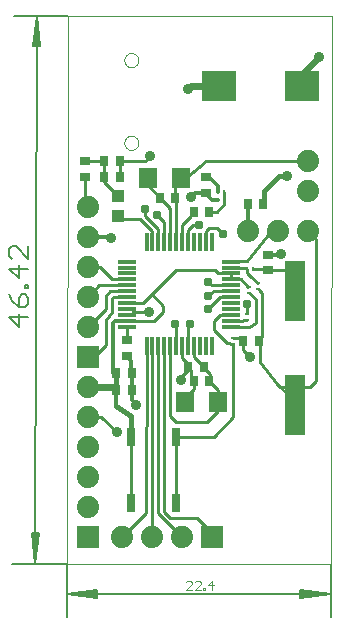
<source format=gtl>
G75*
%MOIN*%
%OFA0B0*%
%FSLAX24Y24*%
%IPPOS*%
%LPD*%
%AMOC8*
5,1,8,0,0,1.08239X$1,22.5*
%
%ADD10C,0.0000*%
%ADD11C,0.0051*%
%ADD12C,0.0020*%
%ADD13C,0.0060*%
%ADD14R,0.0591X0.0118*%
%ADD15R,0.0118X0.0591*%
%ADD16R,0.0169X0.0110*%
%ADD17R,0.0110X0.0169*%
%ADD18R,0.0354X0.0276*%
%ADD19R,0.0276X0.0354*%
%ADD20R,0.0300X0.0600*%
%ADD21R,0.0630X0.0709*%
%ADD22R,0.0394X0.0433*%
%ADD23C,0.0740*%
%ADD24R,0.0700X0.2000*%
%ADD25R,0.0740X0.0740*%
%ADD26R,0.1181X0.0984*%
%ADD27C,0.0100*%
%ADD28C,0.0310*%
%ADD29C,0.0090*%
%ADD30C,0.0120*%
%ADD31C,0.0357*%
%ADD32C,0.0240*%
%ADD33C,0.0160*%
D10*
X002282Y001893D02*
X002322Y020169D01*
X011142Y020173D01*
X011102Y001893D01*
X002282Y001893D01*
X004206Y015937D02*
X004208Y015967D01*
X004214Y015997D01*
X004223Y016026D01*
X004236Y016053D01*
X004253Y016078D01*
X004272Y016101D01*
X004295Y016122D01*
X004320Y016139D01*
X004346Y016153D01*
X004375Y016163D01*
X004404Y016170D01*
X004434Y016173D01*
X004465Y016172D01*
X004495Y016167D01*
X004524Y016158D01*
X004551Y016146D01*
X004577Y016131D01*
X004601Y016112D01*
X004622Y016090D01*
X004640Y016066D01*
X004655Y016039D01*
X004666Y016011D01*
X004674Y015982D01*
X004678Y015952D01*
X004678Y015922D01*
X004674Y015892D01*
X004666Y015863D01*
X004655Y015835D01*
X004640Y015808D01*
X004622Y015784D01*
X004601Y015762D01*
X004577Y015743D01*
X004551Y015728D01*
X004524Y015716D01*
X004495Y015707D01*
X004465Y015702D01*
X004434Y015701D01*
X004404Y015704D01*
X004375Y015711D01*
X004346Y015721D01*
X004320Y015735D01*
X004295Y015752D01*
X004272Y015773D01*
X004253Y015796D01*
X004236Y015821D01*
X004223Y015848D01*
X004214Y015877D01*
X004208Y015907D01*
X004206Y015937D01*
X004206Y018693D02*
X004208Y018723D01*
X004214Y018753D01*
X004223Y018782D01*
X004236Y018809D01*
X004253Y018834D01*
X004272Y018857D01*
X004295Y018878D01*
X004320Y018895D01*
X004346Y018909D01*
X004375Y018919D01*
X004404Y018926D01*
X004434Y018929D01*
X004465Y018928D01*
X004495Y018923D01*
X004524Y018914D01*
X004551Y018902D01*
X004577Y018887D01*
X004601Y018868D01*
X004622Y018846D01*
X004640Y018822D01*
X004655Y018795D01*
X004666Y018767D01*
X004674Y018738D01*
X004678Y018708D01*
X004678Y018678D01*
X004674Y018648D01*
X004666Y018619D01*
X004655Y018591D01*
X004640Y018564D01*
X004622Y018540D01*
X004601Y018518D01*
X004577Y018499D01*
X004551Y018484D01*
X004524Y018472D01*
X004495Y018463D01*
X004465Y018458D01*
X004434Y018457D01*
X004404Y018460D01*
X004375Y018467D01*
X004346Y018477D01*
X004320Y018491D01*
X004295Y018508D01*
X004272Y018529D01*
X004253Y018552D01*
X004236Y018577D01*
X004223Y018604D01*
X004214Y018633D01*
X004208Y018663D01*
X004206Y018693D01*
D11*
X002282Y001893D02*
X000475Y001897D01*
X001243Y001896D02*
X001143Y002919D01*
X001119Y002919D02*
X001371Y002919D01*
X001243Y001896D01*
X001347Y002919D01*
X001296Y002919D02*
X001243Y001896D01*
X001194Y002919D01*
X001119Y002919D02*
X001243Y001896D01*
X001283Y020172D01*
X001383Y019148D01*
X001406Y019148D02*
X001283Y020172D01*
X001178Y019148D01*
X001155Y019148D02*
X001406Y019148D01*
X001332Y019148D02*
X001283Y020172D01*
X001229Y019148D01*
X001155Y019148D02*
X001283Y020172D01*
X000515Y020173D02*
X002322Y020169D01*
X002282Y001893D02*
X002282Y000126D01*
X002282Y000893D02*
X003306Y000791D01*
X003306Y000768D02*
X002282Y000893D01*
X003306Y000996D01*
X003306Y001019D02*
X003306Y000768D01*
X003306Y000842D02*
X002282Y000893D01*
X003306Y000944D01*
X003306Y001019D02*
X002282Y000893D01*
X011102Y000893D01*
X010079Y000791D01*
X010079Y000768D02*
X011102Y000893D01*
X010079Y000996D01*
X010079Y001019D02*
X010079Y000768D01*
X010079Y000842D02*
X011102Y000893D01*
X010079Y000944D01*
X010079Y001019D02*
X011102Y000893D01*
X011102Y000126D02*
X011102Y001893D01*
D12*
X007191Y001185D02*
X006991Y001185D01*
X007141Y001335D01*
X007141Y001034D01*
X006893Y001034D02*
X006843Y001034D01*
X006843Y001085D01*
X006893Y001085D01*
X006893Y001034D01*
X006749Y001034D02*
X006549Y001034D01*
X006749Y001235D01*
X006749Y001285D01*
X006699Y001335D01*
X006599Y001335D01*
X006549Y001285D01*
X006454Y001285D02*
X006404Y001335D01*
X006304Y001335D01*
X006254Y001285D01*
X006454Y001285D02*
X006454Y001235D01*
X006254Y001034D01*
X006454Y001034D01*
D13*
X006241Y007283D02*
X006282Y007393D01*
X009282Y007893D02*
X009297Y007905D01*
X009282Y007893D02*
X009782Y007393D01*
X009882Y007193D01*
X008282Y012893D02*
X008332Y012993D01*
X008282Y012893D02*
X008282Y013893D01*
X008326Y013893D01*
X007364Y017843D02*
X007282Y017893D01*
X001008Y012494D02*
X001008Y012067D01*
X000581Y012495D01*
X000475Y012495D01*
X000368Y012389D01*
X000367Y012175D01*
X000474Y012068D01*
X000687Y011850D02*
X000686Y011423D01*
X000367Y011744D01*
X001007Y011743D01*
X001006Y011207D02*
X000899Y011207D01*
X000899Y011101D01*
X001006Y011100D01*
X001006Y011207D01*
X000899Y010883D02*
X000792Y010883D01*
X000685Y010777D01*
X000685Y010456D01*
X000898Y010456D01*
X001005Y010563D01*
X001005Y010776D01*
X000899Y010883D01*
X000685Y010456D02*
X000471Y010670D01*
X000365Y010884D01*
X000684Y010239D02*
X000684Y009812D01*
X000364Y010133D01*
X001004Y010132D01*
D14*
X004300Y010204D03*
X004300Y010007D03*
X004300Y009811D03*
X004300Y010401D03*
X004300Y010598D03*
X004300Y010795D03*
X004300Y010992D03*
X004300Y011189D03*
X004300Y011385D03*
X004300Y011582D03*
X004300Y011779D03*
X004300Y011976D03*
X007764Y011976D03*
X007764Y011779D03*
X007764Y011582D03*
X007764Y011385D03*
X007764Y011189D03*
X007764Y010992D03*
X007764Y010795D03*
X007764Y010598D03*
X007764Y010401D03*
X007764Y010204D03*
X007764Y010007D03*
X007764Y009811D03*
D15*
X007115Y009161D03*
X006918Y009161D03*
X006721Y009161D03*
X006524Y009161D03*
X006327Y009161D03*
X006130Y009161D03*
X005934Y009161D03*
X005737Y009161D03*
X005540Y009161D03*
X005343Y009161D03*
X005146Y009161D03*
X004949Y009161D03*
X004949Y012626D03*
X005146Y012626D03*
X005343Y012626D03*
X005540Y012626D03*
X005737Y012626D03*
X005934Y012626D03*
X006130Y012626D03*
X006327Y012626D03*
X006524Y012626D03*
X006721Y012626D03*
X006918Y012626D03*
X007115Y012626D03*
D16*
X008352Y011134D03*
X008352Y010933D03*
X008662Y011053D03*
X008662Y011254D03*
X008312Y010244D03*
X008312Y010043D03*
X007832Y009444D03*
X007832Y009243D03*
D17*
X008282Y011743D03*
X008482Y011743D03*
X007532Y014043D03*
X007532Y014293D03*
X007332Y014293D03*
X007332Y014043D03*
D18*
X006932Y014277D03*
X006932Y014789D03*
X008982Y012199D03*
X008982Y011687D03*
X004292Y009359D03*
X004292Y008847D03*
X002882Y014807D03*
X002882Y015319D03*
D19*
X003536Y015323D03*
X003536Y014803D03*
X004048Y014803D03*
X004048Y015323D03*
X005396Y014103D03*
X005908Y014103D03*
X006526Y013643D03*
X007038Y013643D03*
X008326Y013893D03*
X008838Y013893D03*
X008688Y009343D03*
X008176Y009343D03*
X007038Y008003D03*
X006858Y008463D03*
X006526Y008003D03*
X006346Y008463D03*
X004448Y008263D03*
X004448Y007683D03*
X003936Y007683D03*
X003936Y008263D03*
D20*
X004432Y006143D03*
X004432Y003943D03*
X005932Y003943D03*
X005932Y006143D03*
D21*
X006241Y007283D03*
X007343Y007283D03*
X006083Y014753D03*
X004981Y014753D03*
D22*
X003992Y014178D03*
X003992Y013509D03*
D23*
X002982Y013793D03*
X002982Y012793D03*
X002982Y011793D03*
X002982Y010793D03*
X002982Y009793D03*
X002982Y007793D03*
X002982Y006793D03*
X002982Y005793D03*
X002982Y004793D03*
X002982Y003793D03*
X004132Y002793D03*
X005132Y002793D03*
X006132Y002793D03*
X008332Y012993D03*
X009332Y012993D03*
X010332Y012993D03*
X010332Y014343D03*
X010332Y015343D03*
D24*
X009882Y010993D03*
X009882Y007193D03*
D25*
X007132Y002793D03*
X002982Y002793D03*
X002982Y008793D03*
D26*
X007364Y017843D03*
X010120Y017843D03*
D27*
X010332Y015343D02*
X006932Y015343D01*
X006283Y014794D01*
X006083Y014753D01*
X005912Y014633D02*
X005908Y014629D01*
X005908Y014103D01*
X005934Y014078D02*
X005934Y012626D01*
X006130Y012626D02*
X006132Y012627D01*
X006132Y013193D01*
X006432Y013493D01*
X006432Y013543D01*
X006482Y013193D02*
X006682Y013193D01*
X006482Y013193D02*
X006332Y013043D01*
X006332Y012793D01*
X005737Y012626D02*
X005737Y013733D01*
X005396Y014103D01*
X004981Y014519D01*
X004981Y014753D01*
X004912Y015333D02*
X005052Y015473D01*
X004912Y015333D02*
X004132Y015333D01*
X004072Y015263D02*
X004062Y015253D01*
X004062Y014843D01*
X003536Y014634D02*
X003992Y014178D01*
X003536Y014634D02*
X003536Y014803D01*
X003536Y015323D01*
X005282Y013543D02*
X005542Y013293D01*
X005542Y012843D01*
X005342Y012637D02*
X005343Y012626D01*
X005832Y011593D02*
X005122Y010883D01*
X005512Y010493D01*
X005512Y010313D01*
X005202Y010003D01*
X004642Y010003D01*
X004632Y010003D02*
X004314Y010003D01*
X004300Y010007D01*
X004300Y009811D02*
X004292Y009803D01*
X004292Y009359D01*
X004502Y010213D02*
X004502Y010393D01*
X004512Y010303D02*
X005022Y010303D01*
X004832Y010593D02*
X004304Y010593D01*
X004300Y010598D01*
X004298Y010793D02*
X004300Y010795D01*
X004298Y010793D02*
X003832Y010793D01*
X003782Y010743D01*
X003782Y010293D01*
X003582Y010043D01*
X003582Y009193D01*
X003182Y008793D01*
X002982Y008793D01*
X002982Y009793D02*
X003582Y010393D01*
X002982Y010793D02*
X003377Y011189D01*
X003790Y011385D02*
X003382Y011793D01*
X002982Y011793D01*
X003790Y011385D02*
X004300Y011385D01*
X004832Y010593D02*
X005122Y010883D01*
X005342Y009243D02*
X005342Y009043D01*
X005342Y008993D02*
X005332Y003593D01*
X005132Y003393D02*
X005142Y009193D01*
X004952Y009193D02*
X004942Y003713D01*
X004432Y003943D02*
X004432Y006143D01*
X003952Y006283D02*
X003442Y006793D01*
X002982Y006793D01*
X003936Y008263D02*
X003920Y008343D01*
X003884Y008307D02*
X003892Y008293D01*
X005542Y009243D02*
X005542Y003893D01*
X005932Y003943D02*
X005932Y006143D01*
X007182Y006143D01*
X007832Y006793D01*
X007832Y009193D01*
X007832Y009444D02*
X008076Y009444D01*
X008176Y009343D01*
X008176Y009029D01*
X008392Y008813D01*
X008688Y009343D02*
X008732Y009337D01*
X008732Y008643D01*
X009297Y007905D01*
X009382Y007793D01*
X010382Y007793D01*
X010582Y007993D01*
X010582Y012743D01*
X010332Y012993D01*
X009732Y011793D02*
X009626Y011687D01*
X008982Y011687D01*
X008926Y011743D01*
X008482Y011743D01*
X008282Y011614D02*
X008372Y011523D01*
X008382Y011513D01*
X008662Y011254D01*
X008682Y011043D02*
X008802Y010923D01*
X008802Y009473D01*
X008592Y009923D02*
X008352Y009813D01*
X007982Y009813D01*
X008132Y010003D02*
X007779Y010003D01*
X007764Y010007D01*
X007764Y010204D02*
X007393Y010204D01*
X007182Y009993D01*
X007182Y009703D01*
X006982Y010393D02*
X007382Y010793D01*
X007532Y010793D01*
X007532Y010993D02*
X007182Y010993D01*
X006982Y010843D01*
X007132Y011193D02*
X006982Y011293D01*
X007132Y011193D02*
X007532Y011193D01*
X007682Y011393D02*
X007756Y011393D01*
X007764Y011385D01*
X007772Y011383D01*
X007764Y011385D02*
X007764Y011582D01*
X007764Y011779D02*
X008246Y011779D01*
X008282Y011743D01*
X008282Y011614D01*
X008092Y011383D02*
X008332Y011143D01*
X008372Y010933D02*
X008592Y010723D01*
X008592Y009923D01*
X008312Y010043D02*
X008182Y010043D01*
X008132Y010003D01*
X008312Y010253D02*
X008312Y010573D01*
X008092Y011383D02*
X007992Y011383D01*
X007764Y011976D02*
X007782Y011983D01*
X008282Y011983D01*
X009082Y012993D01*
X009332Y012993D01*
X008882Y013893D02*
X008882Y014063D01*
X008332Y013843D02*
X008332Y012993D01*
X007532Y014043D02*
X007532Y014293D01*
X007282Y013093D02*
X007032Y013093D01*
X006932Y012993D01*
X006932Y012743D01*
X007282Y013093D02*
X007482Y012893D01*
X005732Y013749D02*
X005396Y014103D01*
X005932Y009163D02*
X005934Y009161D01*
X006132Y008953D02*
X006132Y008753D01*
X006282Y008603D01*
X006346Y008463D02*
X006442Y008367D01*
X006442Y008173D01*
X006526Y008089D01*
X006526Y008003D01*
X006526Y007747D01*
X006382Y007603D01*
X006092Y008043D02*
X006092Y008133D01*
X006382Y008423D01*
X006522Y008803D02*
X006772Y008553D01*
X006892Y008393D02*
X007062Y008223D01*
X007062Y008093D01*
X007038Y008003D02*
X007038Y007997D01*
X007322Y007713D01*
X007322Y007513D01*
X007342Y007493D01*
X007342Y007003D02*
X006972Y006633D01*
X005942Y006633D01*
X005742Y006833D01*
X005742Y008933D01*
X006327Y009161D02*
X006332Y009166D01*
X006522Y008923D02*
X006522Y008803D01*
X009732Y011143D02*
X009882Y010993D01*
X009732Y011143D02*
X009732Y011793D01*
X009882Y007793D02*
X009882Y007193D01*
X009932Y007193D01*
D28*
X008302Y010573D03*
X006982Y010393D03*
X006982Y010843D03*
X006982Y011293D03*
X006382Y009893D03*
X005882Y009893D03*
X007482Y012893D03*
X006682Y013193D03*
X005282Y013543D03*
X004882Y013743D03*
D29*
X004882Y013513D01*
X005342Y013053D01*
X005342Y012637D01*
X005142Y012843D02*
X005142Y012993D01*
X004717Y013409D01*
X004082Y013409D01*
X002982Y013793D02*
X002882Y013893D01*
X002882Y014807D01*
X002882Y015319D02*
X003536Y015323D01*
X005932Y011693D02*
X005832Y011593D01*
X005932Y011693D02*
X007232Y011693D01*
X007332Y011593D01*
X007532Y011593D01*
X007182Y009703D02*
X007632Y009253D01*
X007832Y009243D01*
X006382Y009893D02*
X006332Y009843D01*
X006332Y009166D01*
X005932Y009163D02*
X005932Y009843D01*
X005882Y009893D01*
X004300Y010992D02*
X003730Y010992D01*
X003582Y010843D01*
X003582Y010393D01*
X003377Y011189D02*
X004300Y011189D01*
X007038Y013643D02*
X007282Y013643D01*
X007532Y013894D01*
X007532Y014043D01*
X005542Y003893D02*
X005542Y003633D01*
X005732Y003443D01*
X006632Y003443D01*
X007132Y002943D01*
X007132Y002793D01*
X006132Y002793D02*
X005332Y003593D01*
X005132Y003393D02*
X005132Y002793D01*
X004942Y003603D02*
X004132Y002793D01*
X004942Y003603D02*
X004942Y003713D01*
D30*
X004602Y007223D02*
X004452Y007373D01*
X004452Y007633D01*
X004448Y007683D02*
X004448Y008263D01*
X004442Y008269D01*
X004442Y008663D01*
X004292Y008813D01*
X004292Y008847D01*
X003936Y008263D02*
X003832Y008267D01*
X003832Y009923D01*
X003912Y010003D01*
X004314Y010003D01*
X003936Y007683D02*
X003942Y007677D01*
X003942Y007163D01*
X003742Y012743D02*
X003692Y012793D01*
X002982Y012793D01*
X006432Y014123D02*
X006562Y014253D01*
X006912Y014253D01*
X006962Y014213D02*
X007132Y014043D01*
X007322Y014043D01*
X007332Y014293D02*
X007332Y014513D01*
X007032Y014813D01*
X009012Y012213D02*
X009422Y012213D01*
D31*
X009422Y012233D03*
X009632Y014843D03*
X010712Y018813D03*
X006422Y014123D03*
X005062Y015483D03*
X006342Y017743D03*
X003752Y012753D03*
X005022Y010313D03*
X006082Y008043D03*
X004602Y007213D03*
X003952Y006283D03*
X008392Y008813D03*
D32*
X003936Y007683D02*
X003826Y007793D01*
X002982Y007793D01*
X006342Y017743D02*
X006442Y017843D01*
X007364Y017843D01*
X010120Y017843D02*
X010120Y018221D01*
X010712Y018813D01*
D33*
X009632Y014833D02*
X009372Y014833D01*
X008872Y014333D01*
X008872Y014003D01*
X004432Y006843D02*
X004432Y006143D01*
X004432Y006843D02*
X003942Y007163D01*
X003936Y007683D02*
X003936Y008263D01*
M02*

</source>
